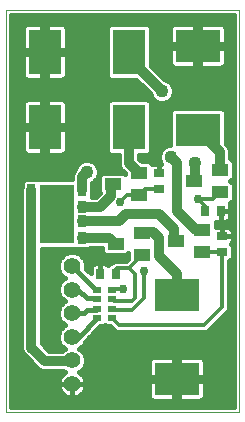
<source format=gtl>
G75*
G70*
%OFA0B0*%
%FSLAX24Y24*%
%IPPOS*%
%LPD*%
%AMOC8*
5,1,8,0,0,1.08239X$1,22.5*
%
%ADD10C,0.0000*%
%ADD11R,0.1100X0.1500*%
%ADD12R,0.1500X0.1100*%
%ADD13R,0.0551X0.0394*%
%ADD14R,0.0354X0.0276*%
%ADD15R,0.0276X0.0354*%
%ADD16R,0.1142X0.1969*%
%ADD17R,0.0276X0.0394*%
%ADD18C,0.0555*%
%ADD19R,0.0256X0.0197*%
%ADD20C,0.0320*%
%ADD21C,0.0160*%
%ADD22C,0.0300*%
%ADD23C,0.0120*%
%ADD24C,0.0436*%
D10*
X000180Y000180D02*
X000180Y013576D01*
X007950Y013576D01*
X007950Y000180D01*
X000180Y000180D01*
D11*
X001480Y009680D03*
X001480Y012180D03*
X004290Y012180D03*
X004290Y009680D03*
D12*
X006580Y009570D03*
X006580Y012380D03*
X005880Y004090D03*
X005880Y001280D03*
D13*
X004713Y005406D03*
X004713Y006154D03*
X004613Y007406D03*
X004613Y008154D03*
X003747Y007780D03*
X003847Y005780D03*
X005847Y005880D03*
X006713Y005506D03*
X006713Y006254D03*
X007313Y007506D03*
X007313Y008254D03*
X006447Y007880D03*
D14*
X005280Y007624D03*
X005280Y008136D03*
X007380Y006036D03*
X007380Y005524D03*
D15*
X007336Y006880D03*
X006824Y006880D03*
X003836Y004780D03*
X003324Y004780D03*
D16*
X001880Y006780D03*
D17*
X001034Y006544D03*
X001034Y007016D03*
X001034Y007567D03*
X001034Y005993D03*
X002726Y005993D03*
X002726Y006544D03*
X002726Y007016D03*
X002726Y007567D03*
D18*
X002389Y005049D03*
X002389Y004261D03*
X002389Y003474D03*
X002389Y002686D03*
X002389Y001899D03*
X002389Y001111D03*
D19*
X003234Y003308D03*
X003234Y003623D03*
X003234Y003937D03*
X003234Y004252D03*
X003726Y004252D03*
X003726Y003937D03*
X003726Y003623D03*
X003726Y003308D03*
D20*
X002389Y001899D02*
X002370Y001880D01*
X001480Y001880D01*
X001034Y002326D01*
X001034Y005993D01*
X001034Y006544D01*
X001034Y007016D01*
X001034Y007567D01*
X002726Y007567D02*
X002726Y008026D01*
X002880Y008180D01*
X003680Y007713D02*
X003680Y007380D01*
X003316Y007016D01*
X002726Y007016D01*
X002726Y006544D02*
X003944Y006544D01*
X004180Y006780D01*
X005280Y006780D01*
X005780Y006280D01*
X005780Y005947D01*
X005847Y005880D01*
X005280Y005980D02*
X005280Y005380D01*
X005880Y004780D01*
X005880Y004090D01*
X005280Y005980D02*
X005080Y006180D01*
X004739Y006180D01*
X004713Y006154D01*
X003847Y005780D02*
X003634Y005993D01*
X002726Y005993D01*
X003680Y007713D02*
X003747Y007780D01*
X004290Y008477D02*
X004613Y008154D01*
X004290Y008477D02*
X004290Y009680D01*
X005380Y010880D02*
X004380Y011880D01*
X004280Y011880D01*
X004290Y011890D01*
X004290Y012180D01*
X005680Y008680D02*
X005880Y008480D01*
X005880Y006880D01*
X006506Y006254D01*
X006713Y006254D01*
X006447Y007880D02*
X006480Y007913D01*
X006480Y008480D01*
X007313Y008837D02*
X006580Y009570D01*
X007313Y008837D02*
X007313Y008254D01*
D21*
X007653Y008631D02*
X007653Y008905D01*
X007601Y009030D01*
X007510Y009121D01*
X007510Y010195D01*
X007405Y010300D01*
X005755Y010300D01*
X005650Y010195D01*
X005650Y009078D01*
X005601Y009078D01*
X005454Y009018D01*
X005342Y008906D01*
X005282Y008759D01*
X005282Y008601D01*
X005342Y008454D01*
X005343Y008454D01*
X005280Y008454D01*
X005079Y008454D01*
X005049Y008446D01*
X004963Y008531D01*
X004717Y008531D01*
X004630Y008618D01*
X004630Y008750D01*
X004915Y008750D01*
X005020Y008855D01*
X005020Y010505D01*
X004915Y010610D01*
X003665Y010610D01*
X003560Y010505D01*
X003560Y008855D01*
X003665Y008750D01*
X003950Y008750D01*
X003950Y008409D01*
X004002Y008284D01*
X004157Y008129D01*
X004157Y008096D01*
X004097Y008157D01*
X003397Y008157D01*
X003291Y008051D01*
X003291Y007509D01*
X003310Y007490D01*
X003175Y007356D01*
X003044Y007356D01*
X003044Y007446D01*
X003066Y007500D01*
X003066Y007826D01*
X003106Y007842D01*
X003218Y007954D01*
X003278Y008101D01*
X003278Y008259D01*
X003218Y008406D01*
X003106Y008518D01*
X002959Y008578D01*
X002801Y008578D01*
X002654Y008518D01*
X002542Y008406D01*
X002484Y008265D01*
X002438Y008219D01*
X002386Y008094D01*
X002386Y007944D01*
X000821Y007944D01*
X000716Y007839D01*
X000716Y007689D01*
X000694Y007635D01*
X000694Y002259D01*
X000745Y002134D01*
X000841Y002038D01*
X001192Y001687D01*
X001287Y001592D01*
X001412Y001540D01*
X002101Y001540D01*
X002130Y001511D01*
X002149Y001503D01*
X002149Y001503D01*
X002091Y001460D01*
X002040Y001410D01*
X001997Y001351D01*
X001965Y001287D01*
X001942Y001219D01*
X001931Y001148D01*
X001931Y001112D01*
X002389Y001112D01*
X002846Y001112D01*
X002846Y001148D01*
X002835Y001219D01*
X002813Y001287D01*
X002780Y001351D01*
X002738Y001410D01*
X002687Y001460D01*
X002628Y001503D01*
X002648Y001511D01*
X002776Y001640D01*
X002846Y001808D01*
X002846Y001990D01*
X002776Y002158D01*
X002648Y002287D01*
X002634Y002293D01*
X002648Y002298D01*
X002776Y002427D01*
X002816Y002521D01*
X003323Y003029D01*
X003436Y003029D01*
X003480Y003073D01*
X003524Y003029D01*
X003665Y003029D01*
X003818Y002877D01*
X003906Y002840D01*
X006828Y002840D01*
X006916Y002877D01*
X007516Y003477D01*
X007583Y003544D01*
X007620Y003632D01*
X007620Y005206D01*
X007632Y005206D01*
X007737Y005312D01*
X007737Y005736D01*
X007694Y005780D01*
X007701Y005788D01*
X007725Y005829D01*
X007737Y005874D01*
X007737Y006036D01*
X007737Y006197D01*
X007725Y006243D01*
X007701Y006284D01*
X007668Y006318D01*
X007627Y006341D01*
X007581Y006354D01*
X007380Y006354D01*
X007179Y006354D01*
X007169Y006351D01*
X007169Y006524D01*
X007174Y006523D01*
X007336Y006523D01*
X007497Y006523D01*
X007543Y006535D01*
X007584Y006559D01*
X007618Y006592D01*
X007641Y006633D01*
X007654Y006679D01*
X007654Y006880D01*
X007654Y007081D01*
X007641Y007127D01*
X007640Y007129D01*
X007663Y007129D01*
X007769Y007235D01*
X007769Y007777D01*
X007666Y007880D01*
X007769Y007983D01*
X007769Y008525D01*
X007663Y008631D01*
X007653Y008631D01*
X007653Y008689D02*
X007770Y008689D01*
X007770Y008847D02*
X007653Y008847D01*
X007611Y009006D02*
X007770Y009006D01*
X007770Y009164D02*
X007510Y009164D01*
X007510Y009323D02*
X007770Y009323D01*
X007770Y009481D02*
X007510Y009481D01*
X007510Y009640D02*
X007770Y009640D01*
X007770Y009798D02*
X007510Y009798D01*
X007510Y009957D02*
X007770Y009957D01*
X007770Y010115D02*
X007510Y010115D01*
X007431Y010274D02*
X007770Y010274D01*
X007770Y010432D02*
X005020Y010432D01*
X005020Y010274D02*
X005729Y010274D01*
X005650Y010115D02*
X005020Y010115D01*
X005020Y009957D02*
X005650Y009957D01*
X005650Y009798D02*
X005020Y009798D01*
X005020Y009640D02*
X005650Y009640D01*
X005650Y009481D02*
X005020Y009481D01*
X005020Y009323D02*
X005650Y009323D01*
X005650Y009164D02*
X005020Y009164D01*
X005020Y009006D02*
X005443Y009006D01*
X005318Y008847D02*
X005012Y008847D01*
X005282Y008689D02*
X004630Y008689D01*
X004964Y008530D02*
X005311Y008530D01*
X005280Y008454D02*
X005280Y008136D01*
X005280Y008454D01*
X005280Y008372D02*
X005280Y008372D01*
X005280Y008213D02*
X005280Y008213D01*
X005280Y008136D02*
X005280Y008136D01*
X004073Y008213D02*
X003278Y008213D01*
X003294Y008055D02*
X003259Y008055D01*
X003291Y007896D02*
X003159Y007896D01*
X003066Y007738D02*
X003291Y007738D01*
X003291Y007579D02*
X003066Y007579D01*
X003044Y007421D02*
X003240Y007421D01*
X003232Y008372D02*
X003966Y008372D01*
X003950Y008530D02*
X003075Y008530D01*
X002685Y008530D02*
X000360Y008530D01*
X000360Y008372D02*
X002528Y008372D01*
X002436Y008213D02*
X000360Y008213D01*
X000360Y008055D02*
X002386Y008055D01*
X002099Y008762D02*
X002141Y008786D01*
X002174Y008819D01*
X002198Y008861D01*
X002210Y008906D01*
X002210Y009600D01*
X001560Y009600D01*
X001560Y009760D01*
X002210Y009760D01*
X002210Y010454D01*
X002198Y010499D01*
X002174Y010541D01*
X002141Y010574D01*
X002099Y010598D01*
X002054Y010610D01*
X001560Y010610D01*
X001560Y009760D01*
X001400Y009760D01*
X001400Y010610D01*
X000906Y010610D01*
X000861Y010598D01*
X000819Y010574D01*
X000786Y010541D01*
X000762Y010499D01*
X000750Y010454D01*
X000750Y009760D01*
X001400Y009760D01*
X001400Y009600D01*
X001560Y009600D01*
X001560Y008750D01*
X002054Y008750D01*
X002099Y008762D01*
X002190Y008847D02*
X003568Y008847D01*
X003560Y009006D02*
X002210Y009006D01*
X002210Y009164D02*
X003560Y009164D01*
X003560Y009323D02*
X002210Y009323D01*
X002210Y009481D02*
X003560Y009481D01*
X003560Y009640D02*
X001560Y009640D01*
X001560Y009798D02*
X001400Y009798D01*
X001400Y009640D02*
X000360Y009640D01*
X000360Y009798D02*
X000750Y009798D01*
X000750Y009957D02*
X000360Y009957D01*
X000360Y010115D02*
X000750Y010115D01*
X000750Y010274D02*
X000360Y010274D01*
X000360Y010432D02*
X000750Y010432D01*
X000848Y010591D02*
X000360Y010591D01*
X000360Y010749D02*
X005003Y010749D01*
X004984Y010795D02*
X005042Y010654D01*
X005154Y010542D01*
X005301Y010482D01*
X005459Y010482D01*
X005606Y010542D01*
X005718Y010654D01*
X005778Y010801D01*
X005778Y010959D01*
X005718Y011106D01*
X005606Y011218D01*
X005465Y011276D01*
X005020Y011721D01*
X005020Y013005D01*
X004915Y013110D01*
X003665Y013110D01*
X003560Y013005D01*
X003560Y011355D01*
X003665Y011250D01*
X004529Y011250D01*
X004984Y010795D01*
X004872Y010908D02*
X000360Y010908D01*
X000360Y011066D02*
X004713Y011066D01*
X004555Y011225D02*
X000360Y011225D01*
X000360Y011383D02*
X000756Y011383D01*
X000762Y011361D02*
X000750Y011406D01*
X000750Y012100D01*
X001400Y012100D01*
X001560Y012100D01*
X001560Y012260D01*
X002210Y012260D01*
X002210Y012954D01*
X002198Y012999D01*
X002174Y013041D01*
X002141Y013074D01*
X002099Y013098D01*
X002054Y013110D01*
X001560Y013110D01*
X001560Y012260D01*
X001400Y012260D01*
X001400Y013110D01*
X000906Y013110D01*
X000861Y013098D01*
X000819Y013074D01*
X000786Y013041D01*
X000762Y012999D01*
X000750Y012954D01*
X000750Y012260D01*
X001400Y012260D01*
X001400Y012100D01*
X001400Y011250D01*
X000906Y011250D01*
X000861Y011262D01*
X000819Y011286D01*
X000786Y011319D01*
X000762Y011361D01*
X000750Y011542D02*
X000360Y011542D01*
X000360Y011700D02*
X000750Y011700D01*
X000750Y011859D02*
X000360Y011859D01*
X000360Y012017D02*
X000750Y012017D01*
X000750Y012334D02*
X000360Y012334D01*
X000360Y012176D02*
X001400Y012176D01*
X001400Y012334D02*
X001560Y012334D01*
X001560Y012176D02*
X003560Y012176D01*
X003560Y012334D02*
X002210Y012334D01*
X002210Y012493D02*
X003560Y012493D01*
X003560Y012651D02*
X002210Y012651D01*
X002210Y012810D02*
X003560Y012810D01*
X003560Y012968D02*
X002206Y012968D01*
X002210Y012100D02*
X001560Y012100D01*
X001560Y011250D01*
X002054Y011250D01*
X002099Y011262D01*
X002141Y011286D01*
X002174Y011319D01*
X002198Y011361D01*
X002210Y011406D01*
X002210Y012100D01*
X002210Y012017D02*
X003560Y012017D01*
X003560Y011859D02*
X002210Y011859D01*
X002210Y011700D02*
X003560Y011700D01*
X003560Y011542D02*
X002210Y011542D01*
X002204Y011383D02*
X003560Y011383D01*
X003646Y010591D02*
X002112Y010591D01*
X002210Y010432D02*
X003560Y010432D01*
X003560Y010274D02*
X002210Y010274D01*
X002210Y010115D02*
X003560Y010115D01*
X003560Y009957D02*
X002210Y009957D01*
X002210Y009798D02*
X003560Y009798D01*
X003950Y008689D02*
X000360Y008689D01*
X000360Y008847D02*
X000770Y008847D01*
X000762Y008861D02*
X000786Y008819D01*
X000819Y008786D01*
X000861Y008762D01*
X000906Y008750D01*
X001400Y008750D01*
X001400Y009600D01*
X000750Y009600D01*
X000750Y008906D01*
X000762Y008861D01*
X000750Y009006D02*
X000360Y009006D01*
X000360Y009164D02*
X000750Y009164D01*
X000750Y009323D02*
X000360Y009323D01*
X000360Y009481D02*
X000750Y009481D01*
X001400Y009481D02*
X001560Y009481D01*
X001560Y009323D02*
X001400Y009323D01*
X001400Y009164D02*
X001560Y009164D01*
X001560Y009006D02*
X001400Y009006D01*
X001400Y008847D02*
X001560Y008847D01*
X001560Y009957D02*
X001400Y009957D01*
X001400Y010115D02*
X001560Y010115D01*
X001560Y010274D02*
X001400Y010274D01*
X001400Y010432D02*
X001560Y010432D01*
X001560Y010591D02*
X001400Y010591D01*
X001400Y011383D02*
X001560Y011383D01*
X001560Y011542D02*
X001400Y011542D01*
X001400Y011700D02*
X001560Y011700D01*
X001560Y011859D02*
X001400Y011859D01*
X001400Y012017D02*
X001560Y012017D01*
X001560Y012493D02*
X001400Y012493D01*
X001400Y012651D02*
X001560Y012651D01*
X001560Y012810D02*
X001400Y012810D01*
X001400Y012968D02*
X001560Y012968D01*
X000754Y012968D02*
X000360Y012968D01*
X000360Y012810D02*
X000750Y012810D01*
X000750Y012651D02*
X000360Y012651D01*
X000360Y012493D02*
X000750Y012493D01*
X000360Y013127D02*
X007770Y013127D01*
X007770Y013285D02*
X000360Y013285D01*
X000360Y013396D02*
X007770Y013396D01*
X007770Y000360D01*
X000360Y000360D01*
X000360Y013396D01*
X000360Y007896D02*
X000773Y007896D01*
X000716Y007738D02*
X000360Y007738D01*
X000360Y007579D02*
X000694Y007579D01*
X000694Y007421D02*
X000360Y007421D01*
X000360Y007262D02*
X000694Y007262D01*
X000694Y007104D02*
X000360Y007104D01*
X000360Y006945D02*
X000694Y006945D01*
X000694Y006787D02*
X000360Y006787D01*
X000360Y006628D02*
X000694Y006628D01*
X000694Y006470D02*
X000360Y006470D01*
X000360Y006311D02*
X000694Y006311D01*
X000694Y006153D02*
X000360Y006153D01*
X000360Y005994D02*
X000694Y005994D01*
X000694Y005836D02*
X000360Y005836D01*
X000360Y005677D02*
X000694Y005677D01*
X000694Y005519D02*
X000360Y005519D01*
X000360Y005360D02*
X000694Y005360D01*
X000694Y005202D02*
X000360Y005202D01*
X000360Y005043D02*
X000694Y005043D01*
X000694Y004885D02*
X000360Y004885D01*
X000360Y004726D02*
X000694Y004726D01*
X000694Y004568D02*
X000360Y004568D01*
X000360Y004409D02*
X000694Y004409D01*
X000694Y004251D02*
X000360Y004251D01*
X000360Y004092D02*
X000694Y004092D01*
X000694Y003934D02*
X000360Y003934D01*
X000360Y003775D02*
X000694Y003775D01*
X000694Y003617D02*
X000360Y003617D01*
X000360Y003458D02*
X000694Y003458D01*
X000694Y003300D02*
X000360Y003300D01*
X000360Y003141D02*
X000694Y003141D01*
X000694Y002983D02*
X000360Y002983D01*
X000360Y002824D02*
X000694Y002824D01*
X000694Y002666D02*
X000360Y002666D01*
X000360Y002507D02*
X000694Y002507D01*
X000694Y002349D02*
X000360Y002349D01*
X000360Y002190D02*
X000722Y002190D01*
X000848Y002032D02*
X000360Y002032D01*
X000360Y001873D02*
X001006Y001873D01*
X001165Y001715D02*
X000360Y001715D01*
X000360Y001556D02*
X001374Y001556D01*
X001621Y002220D02*
X001374Y002467D01*
X001374Y005616D01*
X002939Y005616D01*
X002976Y005653D01*
X003391Y005653D01*
X003391Y005509D01*
X003497Y005403D01*
X004197Y005403D01*
X004257Y005464D01*
X004257Y005290D01*
X004188Y005220D01*
X003832Y005220D01*
X003744Y005183D01*
X003700Y005139D01*
X003698Y005137D01*
X003624Y005137D01*
X003580Y005094D01*
X003572Y005101D01*
X003531Y005125D01*
X003486Y005137D01*
X003324Y005137D01*
X003163Y005137D01*
X003117Y005125D01*
X003076Y005101D01*
X003042Y005068D01*
X003019Y005027D01*
X003006Y004981D01*
X003006Y004799D01*
X002846Y004959D01*
X002846Y005140D01*
X002776Y005308D01*
X002648Y005436D01*
X002480Y005506D01*
X002298Y005506D01*
X002130Y005436D01*
X002001Y005308D01*
X001931Y005140D01*
X001931Y004958D01*
X002001Y004789D01*
X002130Y004661D01*
X002144Y004655D01*
X002130Y004649D01*
X002001Y004520D01*
X001931Y004352D01*
X001931Y004170D01*
X002001Y004002D01*
X002130Y003873D01*
X002144Y003867D01*
X002130Y003862D01*
X002001Y003733D01*
X001931Y003565D01*
X001931Y003383D01*
X002001Y003215D01*
X002130Y003086D01*
X002144Y003080D01*
X002130Y003074D01*
X002001Y002945D01*
X001931Y002777D01*
X001931Y002595D01*
X002001Y002427D01*
X002130Y002298D01*
X002144Y002293D01*
X002130Y002287D01*
X002063Y002220D01*
X001621Y002220D01*
X001492Y002349D02*
X002079Y002349D01*
X001968Y002507D02*
X001374Y002507D01*
X001374Y002666D02*
X001931Y002666D01*
X001951Y002824D02*
X001374Y002824D01*
X001374Y002983D02*
X002038Y002983D01*
X002074Y003141D02*
X001374Y003141D01*
X001374Y003300D02*
X001966Y003300D01*
X001931Y003458D02*
X001374Y003458D01*
X001374Y003617D02*
X001953Y003617D01*
X002043Y003775D02*
X001374Y003775D01*
X001374Y003934D02*
X002069Y003934D01*
X001964Y004092D02*
X001374Y004092D01*
X001374Y004251D02*
X001931Y004251D01*
X001955Y004409D02*
X001374Y004409D01*
X001374Y004568D02*
X002048Y004568D01*
X002064Y004726D02*
X001374Y004726D01*
X001374Y004885D02*
X001961Y004885D01*
X001931Y005043D02*
X001374Y005043D01*
X001374Y005202D02*
X001957Y005202D01*
X002053Y005360D02*
X001374Y005360D01*
X001374Y005519D02*
X003391Y005519D01*
X003324Y005137D02*
X003324Y004780D01*
X003324Y005137D01*
X003324Y005043D02*
X003324Y005043D01*
X003324Y004885D02*
X003324Y004885D01*
X003324Y004780D02*
X003324Y004780D01*
X003006Y004885D02*
X002920Y004885D01*
X002846Y005043D02*
X003028Y005043D01*
X002820Y005202D02*
X003788Y005202D01*
X004257Y005360D02*
X002724Y005360D01*
X002389Y005049D02*
X003185Y004252D01*
X003234Y004252D01*
X003191Y003980D02*
X003234Y003937D01*
X003191Y003980D02*
X002880Y003980D01*
X002599Y004261D01*
X002389Y004261D01*
X002389Y003474D02*
X002774Y003474D01*
X002880Y003580D01*
X003191Y003580D01*
X003234Y003623D01*
X003234Y003308D02*
X002613Y002686D01*
X002389Y002686D01*
X002698Y002349D02*
X007770Y002349D01*
X007770Y002507D02*
X002810Y002507D01*
X002960Y002666D02*
X007770Y002666D01*
X007770Y002824D02*
X003118Y002824D01*
X003277Y002983D02*
X003712Y002983D01*
X002829Y002032D02*
X007770Y002032D01*
X007770Y002190D02*
X002745Y002190D01*
X002846Y001873D02*
X004955Y001873D01*
X004950Y001854D02*
X004950Y001360D01*
X005800Y001360D01*
X005800Y002010D01*
X005106Y002010D01*
X005061Y001998D01*
X005019Y001974D01*
X004986Y001941D01*
X004962Y001899D01*
X004950Y001854D01*
X004950Y001715D02*
X002807Y001715D01*
X002693Y001556D02*
X004950Y001556D01*
X004950Y001398D02*
X002746Y001398D01*
X002628Y001503D02*
X002628Y001503D01*
X002828Y001239D02*
X005800Y001239D01*
X005800Y001200D02*
X005800Y001360D01*
X005960Y001360D01*
X005960Y002010D01*
X006654Y002010D01*
X006699Y001998D01*
X006741Y001974D01*
X006774Y001941D01*
X006798Y001899D01*
X006810Y001854D01*
X006810Y001360D01*
X005960Y001360D01*
X005960Y001200D01*
X006810Y001200D01*
X006810Y000706D01*
X006798Y000661D01*
X006774Y000619D01*
X006741Y000586D01*
X006699Y000562D01*
X006654Y000550D01*
X005960Y000550D01*
X005960Y001200D01*
X005800Y001200D01*
X005800Y000550D01*
X005106Y000550D01*
X005061Y000562D01*
X005019Y000586D01*
X004986Y000619D01*
X004962Y000661D01*
X004950Y000706D01*
X004950Y001200D01*
X005800Y001200D01*
X005800Y001081D02*
X005960Y001081D01*
X005960Y000922D02*
X005800Y000922D01*
X005800Y000764D02*
X005960Y000764D01*
X005960Y000605D02*
X005800Y000605D01*
X005960Y001239D02*
X007770Y001239D01*
X007770Y001398D02*
X006810Y001398D01*
X006810Y001556D02*
X007770Y001556D01*
X007770Y001715D02*
X006810Y001715D01*
X006805Y001873D02*
X007770Y001873D01*
X007770Y001081D02*
X006810Y001081D01*
X006810Y000922D02*
X007770Y000922D01*
X007770Y000764D02*
X006810Y000764D01*
X006760Y000605D02*
X007770Y000605D01*
X007770Y000447D02*
X000360Y000447D01*
X000360Y000605D02*
X005000Y000605D01*
X004950Y000764D02*
X002688Y000764D01*
X002687Y000763D02*
X002738Y000813D01*
X002780Y000872D01*
X002813Y000936D01*
X002835Y001004D01*
X002846Y001075D01*
X002846Y001111D01*
X002389Y001111D01*
X002389Y000654D01*
X002425Y000654D01*
X002496Y000665D01*
X002564Y000688D01*
X002628Y000720D01*
X002687Y000763D01*
X002806Y000922D02*
X004950Y000922D01*
X004950Y001081D02*
X002846Y001081D01*
X002389Y001081D02*
X002389Y001081D01*
X002389Y001111D02*
X002389Y001111D01*
X002389Y001112D01*
X002389Y001111D01*
X002389Y000654D01*
X002353Y000654D01*
X002282Y000665D01*
X002213Y000688D01*
X002149Y000720D01*
X002091Y000763D01*
X002040Y000813D01*
X001997Y000872D01*
X001965Y000936D01*
X001942Y001004D01*
X001931Y001075D01*
X001931Y001111D01*
X002389Y001111D01*
X002389Y000922D02*
X002389Y000922D01*
X002389Y000764D02*
X002389Y000764D01*
X002090Y000764D02*
X000360Y000764D01*
X000360Y000922D02*
X001972Y000922D01*
X001931Y001081D02*
X000360Y001081D01*
X000360Y001239D02*
X001949Y001239D01*
X002031Y001398D02*
X000360Y001398D01*
X005800Y001398D02*
X005960Y001398D01*
X005960Y001556D02*
X005800Y001556D01*
X005800Y001715D02*
X005960Y001715D01*
X005960Y001873D02*
X005800Y001873D01*
X007022Y002983D02*
X007770Y002983D01*
X007770Y003141D02*
X007180Y003141D01*
X007339Y003300D02*
X007770Y003300D01*
X007770Y003458D02*
X007497Y003458D01*
X007516Y003477D02*
X007516Y003477D01*
X007613Y003617D02*
X007770Y003617D01*
X007770Y003775D02*
X007620Y003775D01*
X007620Y003934D02*
X007770Y003934D01*
X007770Y004092D02*
X007620Y004092D01*
X007620Y004251D02*
X007770Y004251D01*
X007770Y004409D02*
X007620Y004409D01*
X007620Y004568D02*
X007770Y004568D01*
X007770Y004726D02*
X007620Y004726D01*
X007620Y004885D02*
X007770Y004885D01*
X007770Y005043D02*
X007620Y005043D01*
X007620Y005202D02*
X007770Y005202D01*
X007770Y005360D02*
X007737Y005360D01*
X007737Y005519D02*
X007770Y005519D01*
X007770Y005677D02*
X007737Y005677D01*
X007727Y005836D02*
X007770Y005836D01*
X007770Y005994D02*
X007737Y005994D01*
X007737Y006036D02*
X007380Y006036D01*
X007380Y006354D01*
X007380Y006036D01*
X007380Y006036D01*
X007737Y006036D01*
X007737Y006153D02*
X007770Y006153D01*
X007770Y006311D02*
X007674Y006311D01*
X007770Y006470D02*
X007169Y006470D01*
X007336Y006523D02*
X007336Y006880D01*
X007654Y006880D01*
X007336Y006880D01*
X007336Y006880D01*
X007336Y006523D01*
X007336Y006628D02*
X007336Y006628D01*
X007336Y006787D02*
X007336Y006787D01*
X007336Y006880D02*
X007336Y006880D01*
X007654Y006945D02*
X007770Y006945D01*
X007770Y006787D02*
X007654Y006787D01*
X007638Y006628D02*
X007770Y006628D01*
X007770Y007104D02*
X007648Y007104D01*
X007769Y007262D02*
X007770Y007262D01*
X007769Y007421D02*
X007770Y007421D01*
X007769Y007579D02*
X007770Y007579D01*
X007769Y007738D02*
X007770Y007738D01*
X007770Y007896D02*
X007682Y007896D01*
X007769Y008055D02*
X007770Y008055D01*
X007769Y008213D02*
X007770Y008213D01*
X007769Y008372D02*
X007770Y008372D01*
X007764Y008530D02*
X007770Y008530D01*
X007770Y010591D02*
X005654Y010591D01*
X005757Y010749D02*
X007770Y010749D01*
X007770Y010908D02*
X005778Y010908D01*
X005734Y011066D02*
X007770Y011066D01*
X007770Y011225D02*
X005589Y011225D01*
X005358Y011383D02*
X007770Y011383D01*
X007770Y011542D02*
X005199Y011542D01*
X005041Y011700D02*
X005705Y011700D01*
X005719Y011686D02*
X005686Y011719D01*
X005662Y011761D01*
X005650Y011806D01*
X005650Y012300D01*
X006500Y012300D01*
X006660Y012300D01*
X006660Y012460D01*
X006500Y012460D01*
X006500Y013110D01*
X005806Y013110D01*
X005761Y013098D01*
X005719Y013074D01*
X005686Y013041D01*
X005662Y012999D01*
X005650Y012954D01*
X005650Y012460D01*
X006500Y012460D01*
X006500Y012300D01*
X006500Y011650D01*
X005806Y011650D01*
X005761Y011662D01*
X005719Y011686D01*
X005650Y011859D02*
X005020Y011859D01*
X005020Y012017D02*
X005650Y012017D01*
X005650Y012176D02*
X005020Y012176D01*
X005020Y012334D02*
X006500Y012334D01*
X006500Y012176D02*
X006660Y012176D01*
X006660Y012300D02*
X006660Y011650D01*
X007354Y011650D01*
X007399Y011662D01*
X007441Y011686D01*
X007474Y011719D01*
X007498Y011761D01*
X007510Y011806D01*
X007510Y012300D01*
X006660Y012300D01*
X006660Y012334D02*
X007770Y012334D01*
X007770Y012176D02*
X007510Y012176D01*
X007510Y012017D02*
X007770Y012017D01*
X007770Y011859D02*
X007510Y011859D01*
X007455Y011700D02*
X007770Y011700D01*
X007770Y012493D02*
X007510Y012493D01*
X007510Y012460D02*
X007510Y012954D01*
X007498Y012999D01*
X007474Y013041D01*
X007441Y013074D01*
X007399Y013098D01*
X007354Y013110D01*
X006660Y013110D01*
X006660Y012460D01*
X007510Y012460D01*
X007510Y012651D02*
X007770Y012651D01*
X007770Y012810D02*
X007510Y012810D01*
X007506Y012968D02*
X007770Y012968D01*
X006660Y012968D02*
X006500Y012968D01*
X006500Y012810D02*
X006660Y012810D01*
X006660Y012651D02*
X006500Y012651D01*
X006500Y012493D02*
X006660Y012493D01*
X006660Y012017D02*
X006500Y012017D01*
X006500Y011859D02*
X006660Y011859D01*
X006660Y011700D02*
X006500Y011700D01*
X005650Y012493D02*
X005020Y012493D01*
X005020Y012651D02*
X005650Y012651D01*
X005650Y012810D02*
X005020Y012810D01*
X005020Y012968D02*
X005654Y012968D01*
X005106Y010591D02*
X004934Y010591D01*
X007380Y006311D02*
X007380Y006311D01*
X007380Y006153D02*
X007380Y006153D01*
X007380Y006036D02*
X007380Y006036D01*
D22*
X006580Y007280D03*
X004780Y004880D03*
X004080Y004280D03*
X003280Y005280D03*
X003980Y007180D03*
D23*
X004206Y007406D01*
X004613Y007406D01*
X004831Y007624D01*
X005280Y007624D01*
X006580Y007280D02*
X007087Y007280D01*
X007313Y007506D01*
X006824Y007036D02*
X006824Y006880D01*
X006824Y007036D02*
X006580Y007280D01*
X006713Y005506D02*
X007362Y005506D01*
X007380Y005524D01*
X007380Y003680D01*
X006780Y003080D01*
X003954Y003080D01*
X003726Y003308D01*
X003769Y003580D02*
X004380Y003580D01*
X004780Y003980D01*
X004780Y004880D01*
X004480Y004780D02*
X004280Y004980D01*
X004287Y004980D01*
X004713Y005406D01*
X004280Y004980D02*
X003880Y004980D01*
X003836Y004936D01*
X003836Y004780D01*
X003754Y004280D02*
X004080Y004280D01*
X003784Y003880D02*
X004380Y003880D01*
X004480Y003980D01*
X004480Y004780D01*
X003754Y004280D02*
X003726Y004252D01*
X003726Y003937D02*
X003784Y003880D01*
X003726Y003623D02*
X003769Y003580D01*
D24*
X002880Y008180D03*
X005380Y010880D03*
X005680Y008680D03*
X006480Y008480D03*
M02*

</source>
